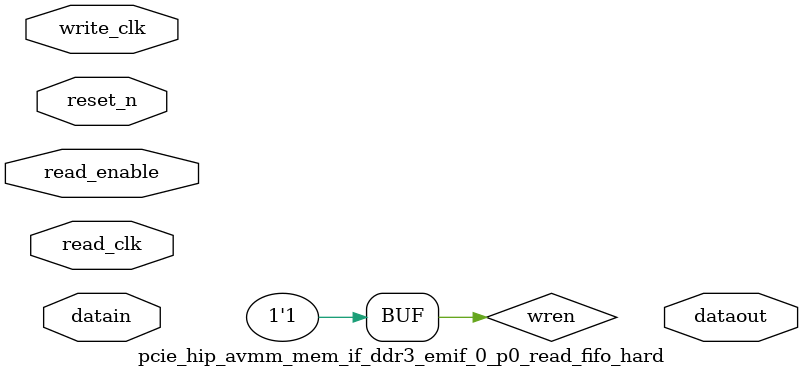
<source format=v>



`timescale 1 ps / 1 ps

module pcie_hip_avmm_mem_if_ddr3_emif_0_p0_read_fifo_hard(
	write_clk,
	read_clk,
	read_enable,
	reset_n,
	datain,
	dataout
);

// ******************************************************************************************************************************** 
// BEGIN PARAMETER SECTION
// All parameters default to "" will have their values passed in from higher level wrapper with the controller and driver 

parameter DQ_GROUP_WIDTH = "";

localparam RATE_MULT = 2;


// END PARAMETER SECTION
// ******************************************************************************************************************************** 

input	write_clk;
input	read_clk;
input	read_enable;
input	reset_n;
input	[DQ_GROUP_WIDTH*2-1:0] datain;
output	[RATE_MULT*DQ_GROUP_WIDTH*2-1:0] dataout;


// ******************************************************************************************************************************** 
// Instantiate write-enable circuitry inside the DQS logic block
// ******************************************************************************************************************************** 

// The read_clk is expected to be a strobe that only toggles when there
// is valid data, so wren is tied to 1
wire wren = 1'b1;
	

// ******************************************************************************************************************************** 
// Instantiate read-enable circuitry inside the DQS logic block
// ******************************************************************************************************************************** 
wire read_enable_tmp;
wire plus2_tmp;
stratixv_read_fifo_read_enable fifo_read_enable (
	.re(read_enable),
	.rclk(),
	.plus2(1'b0), 
	.areset(),
	.reout (read_enable_tmp),
	.plus2out (plus2_tmp)
);
defparam fifo_read_enable.use_stalled_read_enable = "false";

// ******************************************************************************************************************************** 
// Instantiate hard read-fifo. 
// ******************************************************************************************************************************** 
generate
genvar dq_count;
	for (dq_count=0; dq_count<DQ_GROUP_WIDTH; dq_count=dq_count+1)
	begin:read_fifos
		// The datain bus is the read data for the current DQS group
		// coming out of the DDIO. Its width is 2x of each DQS group on the
		// memory interface. The bus is ordered by time slot:
		//
		// D0_T1, D0_T0
		//
		// The dataout bus is the read data going out of the FIFO. In FR, it has
		// the same width as datain. In HR, it 2x the datain width. The bus is
		// ordered by time slot.
		//
		// FR: D0_T1, D0_T0
		// HR: D0_T3, D0_T2, D0_T1, D0_T0
		stratixv_read_fifo fifo (
			.wclk(write_clk),
			.we(wren),
			.rclk(read_clk),
			.re(read_enable_tmp),
			.areset(~reset_n),
			.plus2(plus2_tmp),
			.datain({datain[dq_count], datain[dq_count + DQ_GROUP_WIDTH]}),
			.dataout({
					dataout[dq_count + (DQ_GROUP_WIDTH * 0)],
					dataout[dq_count + (DQ_GROUP_WIDTH * 1)],
					dataout[dq_count + (DQ_GROUP_WIDTH * 2)],
					dataout[dq_count + (DQ_GROUP_WIDTH * 3)]
								})
		);
		defparam fifo.use_half_rate_read = "true";
		defparam fifo.sim_wclk_pre_delay = 100;
	end
endgenerate

endmodule

</source>
